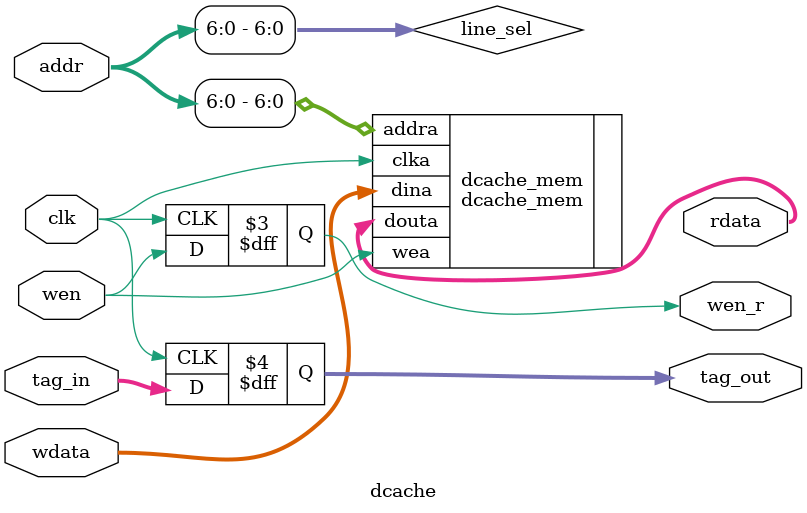
<source format=v>

`ifndef DCACHE_V
`define DCACHE_V

`timescale 1ns/1ps

module dcache (
   input  wire        clk,
   input  wire        wen, //opcode
   input  wire [31:0] addr,
   input  wire [31:0] wdata,
   output reg         wen_r,
   input  wire [ 5:0] tag_in,
   output reg  [ 5:0] tag_out,
   output wire [31:0] rdata
);

   localparam integer W_ADDR = 7;
   reg [W_ADDR-1:0] line_sel;

   always @(*) begin: ls_ready_proc
      line_sel = addr[W_ADDR-1:0];
   end

   always @(posedge clk) begin : dcache_wen_reg
      wen_r   <= wen;
      tag_out <= tag_in;
   end

   dcache_mem dcache_mem (
      .clka  ( clk      ),
      .wea   ( wen      ),
      .addra ( line_sel ),
      .dina  ( wdata    ),
      .douta ( rdata    )
   );

endmodule

`endif


</source>
